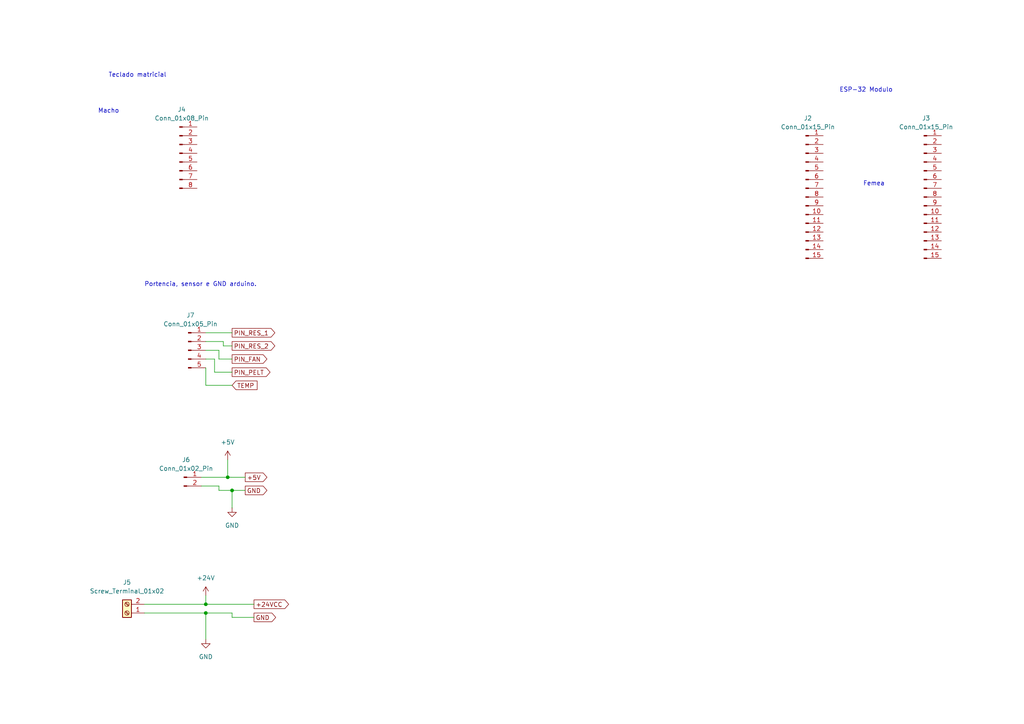
<source format=kicad_sch>
(kicad_sch (version 20231120) (generator "eeschema") (generator_version "8.0")
  (paper "A4")
  (title_block (title "Conectores") (date "2024-03-18") (rev "1.0") (company "Alex Thomas Valmorbida"))
  (lib_symbols
    (symbol "Connector:Conn_01x02_Pin" (pin_names (offset 1.016) hide)
      (property "Reference" "J" (at 0 2.54 0))
      (property "Value" "Conn_01x02_Pin" (at 0 -5.08 0))
      (symbol "Conn_01x02_Pin_1_1"
        (polyline (pts (xy 1.27 -2.54) (xy 0.8636 -2.54)) (stroke (width 0.1524)))
        (polyline (pts (xy 1.27 0) (xy 0.8636 0)) (stroke (width 0.1524)))
        (rectangle (start 0.8636 -2.413) (end 0 -2.667) (stroke (width 0.1524)) (fill (type outline)))
        (rectangle (start 0.8636 0.127) (end 0 -0.127) (stroke (width 0.1524)) (fill (type outline)))
        (pin passive line (at 5.08 0 180) (length 3.81) (name "Pin_1") (number "1"))
        (pin passive line (at 5.08 -2.54 180) (length 3.81) (name "Pin_2") (number "2"))
      )
    )
    (symbol "Connector:Conn_01x05_Pin" (pin_names (offset 1.016) hide)
      (property "Reference" "J" (at 0 7.62 0))
      (property "Value" "Conn_01x05_Pin" (at 0 -7.62 0))
      (symbol "Conn_01x05_Pin_1_1"
        (polyline (pts (xy 1.27 -5.08) (xy 0.8636 -5.08)) (stroke (width 0.1524)))
        (polyline (pts (xy 1.27 -2.54) (xy 0.8636 -2.54)) (stroke (width 0.1524)))
        (polyline (pts (xy 1.27 0) (xy 0.8636 0)) (stroke (width 0.1524)))
        (polyline (pts (xy 1.27 2.54) (xy 0.8636 2.54)) (stroke (width 0.1524)))
        (polyline (pts (xy 1.27 5.08) (xy 0.8636 5.08)) (stroke (width 0.1524)))
        (rectangle (start 0.8636 -4.953) (end 0 -5.207) (stroke (width 0.1524)) (fill (type outline)))
        (rectangle (start 0.8636 -2.413) (end 0 -2.667) (stroke (width 0.1524)) (fill (type outline)))
        (rectangle (start 0.8636 0.127) (end 0 -0.127) (stroke (width 0.1524)) (fill (type outline)))
        (rectangle (start 0.8636 2.667) (end 0 2.413) (stroke (width 0.1524)) (fill (type outline)))
        (rectangle (start 0.8636 5.207) (end 0 4.953) (stroke (width 0.1524)) (fill (type outline)))
        (pin passive line (at 5.08 5.08 180) (length 3.81) (name "Pin_1") (number "1"))
        (pin passive line (at 5.08 2.54 180) (length 3.81) (name "Pin_2") (number "2"))
        (pin passive line (at 5.08 0 180) (length 3.81) (name "Pin_3") (number "3"))
        (pin passive line (at 5.08 -2.54 180) (length 3.81) (name "Pin_4") (number "4"))
        (pin passive line (at 5.08 -5.08 180) (length 3.81) (name "Pin_5") (number "5"))
      )
    )
    (symbol "Connector:Conn_01x08_Pin" (pin_names (offset 1.016) hide)
      (property "Reference" "J" (at 0 10.16 0))
      (property "Value" "Conn_01x08_Pin" (at 0 -12.7 0))
      (symbol "Conn_01x08_Pin_1_1"
        (polyline (pts (xy 1.27 -10.16) (xy 0.8636 -10.16)) (stroke (width 0.1524)))
        (polyline (pts (xy 1.27 -7.62) (xy 0.8636 -7.62)) (stroke (width 0.1524)))
        (polyline (pts (xy 1.27 -5.08) (xy 0.8636 -5.08)) (stroke (width 0.1524)))
        (polyline (pts (xy 1.27 -2.54) (xy 0.8636 -2.54)) (stroke (width 0.1524)))
        (polyline (pts (xy 1.27 0) (xy 0.8636 0)) (stroke (width 0.1524)))
        (polyline (pts (xy 1.27 2.54) (xy 0.8636 2.54)) (stroke (width 0.1524)))
        (polyline (pts (xy 1.27 5.08) (xy 0.8636 5.08)) (stroke (width 0.1524)))
        (polyline (pts (xy 1.27 7.62) (xy 0.8636 7.62)) (stroke (width 0.1524)))
        (rectangle (start 0.8636 -10.033) (end 0 -10.287) (stroke (width 0.1524)) (fill (type outline)))
        (rectangle (start 0.8636 -7.493) (end 0 -7.747) (stroke (width 0.1524)) (fill (type outline)))
        (rectangle (start 0.8636 -4.953) (end 0 -5.207) (stroke (width 0.1524)) (fill (type outline)))
        (rectangle (start 0.8636 -2.413) (end 0 -2.667) (stroke (width 0.1524)) (fill (type outline)))
        (rectangle (start 0.8636 0.127) (end 0 -0.127) (stroke (width 0.1524)) (fill (type outline)))
        (rectangle (start 0.8636 2.667) (end 0 2.413) (stroke (width 0.1524)) (fill (type outline)))
        (rectangle (start 0.8636 5.207) (end 0 4.953) (stroke (width 0.1524)) (fill (type outline)))
        (rectangle (start 0.8636 7.747) (end 0 7.493) (stroke (width 0.1524)) (fill (type outline)))
        (pin passive line (at 5.08 7.62 180) (length 3.81) (name "Pin_1") (number "1"))
        (pin passive line (at 5.08 5.08 180) (length 3.81) (name "Pin_2") (number "2"))
        (pin passive line (at 5.08 2.54 180) (length 3.81) (name "Pin_3") (number "3"))
        (pin passive line (at 5.08 0 180) (length 3.81) (name "Pin_4") (number "4"))
        (pin passive line (at 5.08 -2.54 180) (length 3.81) (name "Pin_5") (number "5"))
        (pin passive line (at 5.08 -5.08 180) (length 3.81) (name "Pin_6") (number "6"))
        (pin passive line (at 5.08 -7.62 180) (length 3.81) (name "Pin_7") (number "7"))
        (pin passive line (at 5.08 -10.16 180) (length 3.81) (name "Pin_8") (number "8"))
      )
    )
    (symbol "Connector:Conn_01x15_Pin" (pin_names (offset 1.016) hide)
      (property "Reference" "J" (at 0 20.32 0))
      (property "Value" "Conn_01x15_Pin" (at 0 -20.32 0))
      (symbol "Conn_01x15_Pin_1_1"
        (polyline (pts (xy 1.27 -17.78) (xy 0.8636 -17.78)) (stroke (width 0.1524)))
        (polyline (pts (xy 1.27 -15.24) (xy 0.8636 -15.24)) (stroke (width 0.1524)))
        (polyline (pts (xy 1.27 -12.7) (xy 0.8636 -12.7)) (stroke (width 0.1524)))
        (polyline (pts (xy 1.27 -10.16) (xy 0.8636 -10.16)) (stroke (width 0.1524)))
        (polyline (pts (xy 1.27 -7.62) (xy 0.8636 -7.62)) (stroke (width 0.1524)))
        (polyline (pts (xy 1.27 -5.08) (xy 0.8636 -5.08)) (stroke (width 0.1524)))
        (polyline (pts (xy 1.27 -2.54) (xy 0.8636 -2.54)) (stroke (width 0.1524)))
        (polyline (pts (xy 1.27 0) (xy 0.8636 0)) (stroke (width 0.1524)))
        (polyline (pts (xy 1.27 2.54) (xy 0.8636 2.54)) (stroke (width 0.1524)))
        (polyline (pts (xy 1.27 5.08) (xy 0.8636 5.08)) (stroke (width 0.1524)))
        (polyline (pts (xy 1.27 7.62) (xy 0.8636 7.62)) (stroke (width 0.1524)))
        (polyline (pts (xy 1.27 10.16) (xy 0.8636 10.16)) (stroke (width 0.1524)))
        (polyline (pts (xy 1.27 12.7) (xy 0.8636 12.7)) (stroke (width 0.1524)))
        (polyline (pts (xy 1.27 15.24) (xy 0.8636 15.24)) (stroke (width 0.1524)))
        (polyline (pts (xy 1.27 17.78) (xy 0.8636 17.78)) (stroke (width 0.1524)))
        (rectangle (start 0.8636 -17.653) (end 0 -17.907) (stroke (width 0.1524)) (fill (type outline)))
        (rectangle (start 0.8636 -15.113) (end 0 -15.367) (stroke (width 0.1524)) (fill (type outline)))
        (rectangle (start 0.8636 -12.573) (end 0 -12.827) (stroke (width 0.1524)) (fill (type outline)))
        (rectangle (start 0.8636 -10.033) (end 0 -10.287) (stroke (width 0.1524)) (fill (type outline)))
        (rectangle (start 0.8636 -7.493) (end 0 -7.747) (stroke (width 0.1524)) (fill (type outline)))
        (rectangle (start 0.8636 -4.953) (end 0 -5.207) (stroke (width 0.1524)) (fill (type outline)))
        (rectangle (start 0.8636 -2.413) (end 0 -2.667) (stroke (width 0.1524)) (fill (type outline)))
        (rectangle (start 0.8636 0.127) (end 0 -0.127) (stroke (width 0.1524)) (fill (type outline)))
        (rectangle (start 0.8636 2.667) (end 0 2.413) (stroke (width 0.1524)) (fill (type outline)))
        (rectangle (start 0.8636 5.207) (end 0 4.953) (stroke (width 0.1524)) (fill (type outline)))
        (rectangle (start 0.8636 7.747) (end 0 7.493) (stroke (width 0.1524)) (fill (type outline)))
        (rectangle (start 0.8636 10.287) (end 0 10.033) (stroke (width 0.1524)) (fill (type outline)))
        (rectangle (start 0.8636 12.827) (end 0 12.573) (stroke (width 0.1524)) (fill (type outline)))
        (rectangle (start 0.8636 15.367) (end 0 15.113) (stroke (width 0.1524)) (fill (type outline)))
        (rectangle (start 0.8636 17.907) (end 0 17.653) (stroke (width 0.1524)) (fill (type outline)))
        (pin passive line (at 5.08 17.78 180) (length 3.81) (name "Pin_1") (number "1"))
        (pin passive line (at 5.08 -5.08 180) (length 3.81) (name "Pin_10") (number "10"))
        (pin passive line (at 5.08 -7.62 180) (length 3.81) (name "Pin_11") (number "11"))
        (pin passive line (at 5.08 -10.16 180) (length 3.81) (name "Pin_12") (number "12"))
        (pin passive line (at 5.08 -12.7 180) (length 3.81) (name "Pin_13") (number "13"))
        (pin passive line (at 5.08 -15.24 180) (length 3.81) (name "Pin_14") (number "14"))
        (pin passive line (at 5.08 -17.78 180) (length 3.81) (name "Pin_15") (number "15"))
        (pin passive line (at 5.08 15.24 180) (length 3.81) (name "Pin_2") (number "2"))
        (pin passive line (at 5.08 12.7 180) (length 3.81) (name "Pin_3") (number "3"))
        (pin passive line (at 5.08 10.16 180) (length 3.81) (name "Pin_4") (number "4"))
        (pin passive line (at 5.08 7.62 180) (length 3.81) (name "Pin_5") (number "5"))
        (pin passive line (at 5.08 5.08 180) (length 3.81) (name "Pin_6") (number "6"))
        (pin passive line (at 5.08 2.54 180) (length 3.81) (name "Pin_7") (number "7"))
        (pin passive line (at 5.08 0 180) (length 3.81) (name "Pin_8") (number "8"))
        (pin passive line (at 5.08 -2.54 180) (length 3.81) (name "Pin_9") (number "9"))
      )
    )
    (symbol "Connector:Screw_Terminal_01x02" (pin_names (offset 1.016) hide)
      (property "Reference" "J" (at 0 2.54 0))
      (property "Value" "Screw_Terminal_01x02" (at 0 -5.08 0))
      (symbol "Screw_Terminal_01x02_1_1"
        (rectangle (start -1.27 1.27) (end 1.27 -3.81) (stroke (width 0.254)) (fill (type background)))
        (circle (center 0 -2.54) (radius 0.635) (stroke (width 0.1524)))
        (polyline (pts (xy -0.5334 -2.2098) (xy 0.3302 -3.048)) (stroke (width 0.1524)))
        (polyline (pts (xy -0.5334 0.3302) (xy 0.3302 -0.508)) (stroke (width 0.1524)))
        (polyline (pts (xy -0.3556 -2.032) (xy 0.508 -2.8702)) (stroke (width 0.1524)))
        (polyline (pts (xy -0.3556 0.508) (xy 0.508 -0.3302)) (stroke (width 0.1524)))
        (circle (center 0 0) (radius 0.635) (stroke (width 0.1524)))
        (pin passive line (at -5.08 0 0) (length 3.81) (name "Pin_1") (number "1"))
        (pin passive line (at -5.08 -2.54 0) (length 3.81) (name "Pin_2") (number "2"))
      )
    )
    (symbol "power:+24V" (power) (pin_numbers hide) (pin_names (offset 0) hide)
      (property "Value" "+24V" (at 0 3.556 0))
      (symbol "+24V_0_1"
        (polyline (pts (xy -0.762 1.27) (xy 0 2.54)))
        (polyline (pts (xy 0 0) (xy 0 2.54)))
        (polyline (pts (xy 0 2.54) (xy 0.762 1.27)))
      )
      (symbol "+24V_1_1"
        (pin power_in line (at 0 0 90) (length 0) (name "~") (number "1"))
      )
    )
    (symbol "power:+5V" (power) (pin_numbers hide) (pin_names (offset 0) hide)
      (property "Value" "+5V" (at 0 3.556 0))
      (symbol "+5V_0_1"
        (polyline (pts (xy -0.762 1.27) (xy 0 2.54)))
        (polyline (pts (xy 0 0) (xy 0 2.54)))
        (polyline (pts (xy 0 2.54) (xy 0.762 1.27)))
      )
      (symbol "+5V_1_1"
        (pin power_in line (at 0 0 90) (length 0) (name "~") (number "1"))
      )
    )
    (symbol "power:GND" (power) (pin_numbers hide) (pin_names (offset 0) hide)
      (property "Value" "GND" (at 0 -3.81 0))
      (symbol "GND_0_1"
        (polyline (pts (xy 0 0) (xy 0 -1.27) (xy 1.27 -1.27) (xy 0 -2.54) (xy -1.27 -1.27) (xy 0 -1.27)))
      )
      (symbol "GND_1_1"
        (pin power_in line (at 0 0 270) (length 0) (name "~") (number "1"))
      )
    )
  )
  (junction (at 59.69 175.26))
  (junction (at 66.04 138.43))
  (junction (at 67.31 142.24))
  (junction (at 59.69 177.8))
  (wire (pts (xy 67.31 177.8) (xy 59.69 177.8)))
  (wire (pts (xy 63.5 104.14) (xy 67.31 104.14)))
  (wire (pts (xy 59.69 104.14) (xy 62.23 104.14)))
  (wire (pts (xy 63.5 140.97) (xy 63.5 142.24)))
  (wire (pts (xy 59.69 172.72) (xy 59.69 175.26)))
  (wire (pts (xy 59.69 96.52) (xy 67.31 96.52)))
  (wire (pts (xy 66.04 133.35) (xy 66.04 138.43)))
  (wire (pts (xy 41.91 175.26) (xy 59.69 175.26)))
  (wire (pts (xy 62.23 104.14) (xy 62.23 107.95)))
  (wire (pts (xy 59.69 185.42) (xy 59.69 177.8)))
  (wire (pts (xy 64.77 99.06) (xy 64.77 100.33)))
  (wire (pts (xy 67.31 111.76) (xy 59.69 111.76)))
  (wire (pts (xy 59.69 111.76) (xy 59.69 106.68)))
  (wire (pts (xy 59.69 177.8) (xy 41.91 177.8)))
  (wire (pts (xy 59.69 101.6) (xy 63.5 101.6)))
  (wire (pts (xy 66.04 138.43) (xy 71.12 138.43)))
  (wire (pts (xy 63.5 142.24) (xy 67.31 142.24)))
  (wire (pts (xy 67.31 142.24) (xy 71.12 142.24)))
  (wire (pts (xy 58.42 140.97) (xy 63.5 140.97)))
  (wire (pts (xy 59.69 99.06) (xy 64.77 99.06)))
  (wire (pts (xy 62.23 107.95) (xy 67.31 107.95)))
  (wire (pts (xy 58.42 138.43) (xy 66.04 138.43)))
  (wire (pts (xy 67.31 179.07) (xy 67.31 177.8)))
  (wire (pts (xy 67.31 142.24) (xy 67.31 147.32)))
  (wire (pts (xy 63.5 101.6) (xy 63.5 104.14)))
  (wire (pts (xy 64.77 100.33) (xy 67.31 100.33)))
  (wire (pts (xy 59.69 175.26) (xy 73.66 175.26)))
  (wire (pts (xy 67.31 179.07) (xy 73.66 179.07)))
  (text "Teclado matricial" (at 39.878 21.844 0) (effects (font (size 1.27 1.27))))
  (text "Macho" (at 31.496 32.258 0) (effects (font (size 1.27 1.27))))
  (text "ESP-32 Modulo" (at 251.206 26.162 0) (effects (font (size 1.27 1.27))))
  (text "Portencia, sensor e GND arduino." (at 58.166 82.55 0) (effects (font (size 1.27 1.27))))
  (text "Femea" (at 253.492 53.34 0) (effects (font (size 1.27 1.27))))
  (global_label "GND" (shape output) (at 73.66 179.07 0) (property "Intersheetrefs" "${INTERSHEET_REFS}" (effects (hide yes))))
  (global_label "TEMP" (shape input) (at 67.31 111.76 0) (property "Intersheetrefs" "${INTERSHEET_REFS}" (effects (hide yes))))
  (global_label "+5V" (shape output) (at 71.12 138.43 0) (property "Intersheetrefs" "${INTERSHEET_REFS}" (effects (hide yes))))
  (global_label "+24VCC" (shape output) (at 73.66 175.26 0) (property "Intersheetrefs" "${INTERSHEET_REFS}" (effects (hide yes))) (property "Referências entre as folhas" "${INTERSHEET_REFS}" (effects (hide yes))))
  (global_label "GND" (shape output) (at 71.12 142.24 0) (property "Intersheetrefs" "${INTERSHEET_REFS}" (effects (hide yes))))
  (global_label "PIN_RES_1" (shape output) (at 67.31 96.52 0) (property "Intersheetrefs" "${INTERSHEET_REFS}" (effects (hide yes))) (property "Referências entre as folhas" "${INTERSHEET_REFS}" (effects (hide yes))))
  (global_label "PIN_RES_2" (shape output) (at 67.31 100.33 0) (property "Intersheetrefs" "${INTERSHEET_REFS}" (effects (hide yes))) (property "Referências entre as folhas" "${INTERSHEET_REFS}" (effects (hide yes))))
  (global_label "PIN_PELT" (shape output) (at 67.31 107.95 0) (property "Intersheetrefs" "${INTERSHEET_REFS}" (effects (hide yes))) (property "Referências entre as folhas" "${INTERSHEET_REFS}" (effects (hide yes))))
  (global_label "PIN_FAN" (shape output) (at 67.31 104.14 0) (property "Intersheetrefs" "${INTERSHEET_REFS}" (effects (hide yes))) (property "Referências entre as folhas" "${INTERSHEET_REFS}" (effects (hide yes))))
  (symbol (lib_id "power:GND") (at 67.31 147.32 0) (unit 1)
    (property "Reference" "#PWR015" (effects (hide yes)))
    (property "Value" "GND" (at 67.31 152.4 0))
    (property "Description" "Power symbol creates a global label with name \"GND\" , ground" (effects (hide yes)))
  )
  (symbol (lib_id "power:+24V") (at 59.69 172.72 0) (unit 1)
    (property "Reference" "#PWR016" (effects (hide yes)))
    (property "Value" "+24V" (at 59.69 167.64 0))
    (property "Description" "Power symbol creates a global label with name \"+24V\"" (effects (hide yes)))
  )
  (symbol (lib_id "Connector:Screw_Terminal_01x02") (at 36.83 177.8 180) (unit 1)
    (property "Reference" "J5" (at 36.83 168.91 0))
    (property "Value" "Screw_Terminal_01x02" (at 36.83 171.45 0))
    (property "Footprint" "TerminalBlock_MetzConnect:TerminalBlock_MetzConnect_Type101_RT01602HBWC_1x02_P5.08mm_Horizontal" (effects (hide yes)))
    (property "Description" "Generic screw terminal, single row, 01x02, script generated (kicad-library-utils/schlib/autogen/connector/)" (effects (hide yes)))
  )
  (symbol (lib_id "power:GND") (at 59.69 185.42 0) (unit 1)
    (property "Reference" "#PWR017" (effects (hide yes)))
    (property "Value" "GND" (at 59.69 190.5 0))
    (property "Description" "Power symbol creates a global label with name \"GND\" , ground" (effects (hide yes)))
  )
  (symbol (lib_id "Connector:Conn_01x15_Pin") (at 267.97 57.15 0) (unit 1)
    (property "Reference" "J3" (at 268.605 34.29 0))
    (property "Value" "Conn_01x15_Pin" (at 268.605 36.83 0))
    (property "Footprint" "Connector_PinHeader_2.54mm:PinHeader_1x15_P2.54mm_Vertical" (effects (hide yes)))
    (property "Description" "Generic connector, single row, 01x15, script generated" (effects (hide yes)))
  )
  (symbol (lib_id "power:+5V") (at 66.04 133.35 0) (unit 1)
    (property "Reference" "#PWR014" (effects (hide yes)))
    (property "Value" "+5V" (at 66.04 128.27 0))
    (property "Description" "Power symbol creates a global label with name \"+5V\"" (effects (hide yes)))
  )
  (symbol (lib_id "Connector:Conn_01x05_Pin") (at 54.61 101.6 0) (unit 1)
    (property "Reference" "J7" (at 55.245 91.44 0))
    (property "Value" "Conn_01x05_Pin" (at 55.245 93.98 0))
    (property "Footprint" "Connector_PinHeader_2.54mm:PinHeader_1x05_P2.54mm_Vertical" (effects (hide yes)))
    (property "Description" "Generic connector, single row, 01x05, script generated" (effects (hide yes)))
  )
  (symbol (lib_id "Connector:Conn_01x08_Pin") (at 52.07 44.45 0) (unit 1)
    (property "Reference" "J4" (at 52.705 31.75 0))
    (property "Value" "Conn_01x08_Pin" (at 52.705 34.29 0))
    (property "Footprint" "Connector_PinSocket_2.54mm:PinSocket_1x08_P2.54mm_Vertical" (effects (hide yes)))
    (property "Description" "Generic connector, single row, 01x08, script generated" (effects (hide yes)))
  )
  (symbol (lib_id "Connector:Conn_01x15_Pin") (at 233.68 57.15 0) (unit 1)
    (property "Reference" "J2" (at 234.315 34.29 0))
    (property "Value" "Conn_01x15_Pin" (at 234.315 36.83 0))
    (property "Footprint" "Connector_PinHeader_2.54mm:PinHeader_1x15_P2.54mm_Vertical" (effects (hide yes)))
    (property "Description" "Generic connector, single row, 01x15, script generated" (effects (hide yes)))
  )
  (symbol (lib_id "Connector:Conn_01x02_Pin") (at 53.34 138.43 0) (unit 1)
    (property "Reference" "J6" (at 53.975 133.35 0))
    (property "Value" "Conn_01x02_Pin" (at 53.975 135.89 0))
    (property "Footprint" "Connector_PinHeader_2.54mm:PinHeader_1x02_P2.54mm_Vertical" (effects (hide yes)))
    (property "Description" "Generic connector, single row, 01x02, script generated" (effects (hide yes)))
  )
)
</source>
